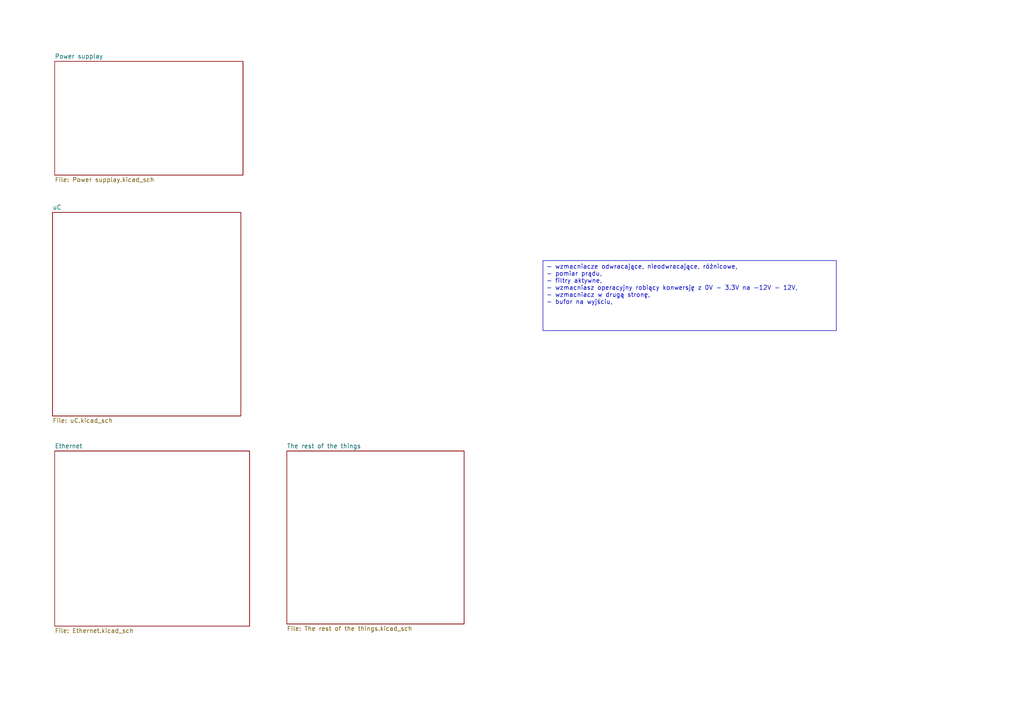
<source format=kicad_sch>
(kicad_sch
	(version 20250114)
	(generator "eeschema")
	(generator_version "9.0")
	(uuid "62bd2484-1963-4ffc-9701-8d7a398967a6")
	(paper "A4")
	(lib_symbols)
	(text_box "- wzmacniacze odwracające, nieodwracające, różnicowe,\n- pomiar prądu,\n- filtry aktywne,\n- wzmacniasz operacyjny robiący konwersję z 0V - 3.3V na -12V - 12V,\n- wzmacniacz w drugą stronę,\n- bufor na wyjściu,"
		(exclude_from_sim no)
		(at 157.48 75.565 0)
		(size 85.09 20.32)
		(margins 0.9525 0.9525 0.9525 0.9525)
		(stroke
			(width 0)
			(type solid)
		)
		(fill
			(type none)
		)
		(effects
			(font
				(size 1.27 1.27)
			)
			(justify left top)
		)
		(uuid "e3bba8e3-05df-4ca3-a5d8-a48a04131648")
	)
	(sheet
		(at 15.875 130.81)
		(size 56.515 50.8)
		(exclude_from_sim no)
		(in_bom yes)
		(on_board yes)
		(dnp no)
		(fields_autoplaced yes)
		(stroke
			(width 0.1524)
			(type solid)
		)
		(fill
			(color 0 0 0 0.0000)
		)
		(uuid "4e8eca17-1e9c-4aea-a0d3-080214f76c45")
		(property "Sheetname" "Ethernet"
			(at 15.875 130.0984 0)
			(effects
				(font
					(size 1.27 1.27)
				)
				(justify left bottom)
			)
		)
		(property "Sheetfile" "Ethernet.kicad_sch"
			(at 15.875 182.1946 0)
			(effects
				(font
					(size 1.27 1.27)
				)
				(justify left top)
			)
		)
		(instances
			(project "STM_proto_board"
				(path "/62bd2484-1963-4ffc-9701-8d7a398967a6"
					(page "4")
				)
			)
		)
	)
	(sheet
		(at 83.185 130.81)
		(size 51.435 50.165)
		(exclude_from_sim no)
		(in_bom yes)
		(on_board yes)
		(dnp no)
		(fields_autoplaced yes)
		(stroke
			(width 0.1524)
			(type solid)
		)
		(fill
			(color 0 0 0 0.0000)
		)
		(uuid "5b3971f1-074d-4a54-aad8-675fd6343665")
		(property "Sheetname" "The rest of the things"
			(at 83.185 130.0984 0)
			(effects
				(font
					(size 1.27 1.27)
				)
				(justify left bottom)
			)
		)
		(property "Sheetfile" "The rest of the things.kicad_sch"
			(at 83.185 181.5596 0)
			(effects
				(font
					(size 1.27 1.27)
				)
				(justify left top)
			)
		)
		(instances
			(project "STM_proto_board"
				(path "/62bd2484-1963-4ffc-9701-8d7a398967a6"
					(page "5")
				)
			)
		)
	)
	(sheet
		(at 15.875 17.78)
		(size 54.61 33.02)
		(exclude_from_sim no)
		(in_bom yes)
		(on_board yes)
		(dnp no)
		(fields_autoplaced yes)
		(stroke
			(width 0.1524)
			(type solid)
		)
		(fill
			(color 0 0 0 0.0000)
		)
		(uuid "761fb369-d645-4a01-9946-156896f44b8e")
		(property "Sheetname" "Power supplay"
			(at 15.875 17.0684 0)
			(effects
				(font
					(size 1.27 1.27)
				)
				(justify left bottom)
			)
		)
		(property "Sheetfile" "Power supplay.kicad_sch"
			(at 15.875 51.3846 0)
			(effects
				(font
					(size 1.27 1.27)
				)
				(justify left top)
			)
		)
		(instances
			(project "STM_proto_board"
				(path "/62bd2484-1963-4ffc-9701-8d7a398967a6"
					(page "2")
				)
			)
		)
	)
	(sheet
		(at 15.24 61.595)
		(size 54.61 59.055)
		(exclude_from_sim no)
		(in_bom yes)
		(on_board yes)
		(dnp no)
		(fields_autoplaced yes)
		(stroke
			(width 0.1524)
			(type solid)
		)
		(fill
			(color 0 0 0 0.0000)
		)
		(uuid "8a05abd4-96ba-4133-bf72-ed07b49324a7")
		(property "Sheetname" "uC"
			(at 15.24 60.8834 0)
			(effects
				(font
					(size 1.27 1.27)
				)
				(justify left bottom)
			)
		)
		(property "Sheetfile" "uC.kicad_sch"
			(at 15.24 121.2346 0)
			(effects
				(font
					(size 1.27 1.27)
				)
				(justify left top)
			)
		)
		(instances
			(project "STM_proto_board"
				(path "/62bd2484-1963-4ffc-9701-8d7a398967a6"
					(page "3")
				)
			)
		)
	)
	(sheet_instances
		(path "/"
			(page "1")
		)
	)
	(embedded_fonts no)
)

</source>
